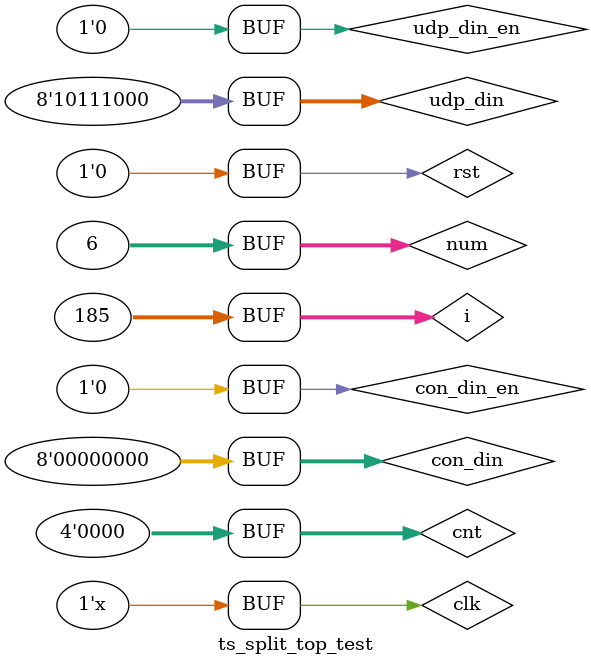
<source format=v>
`timescale 1ns / 1ps


module ts_split_top_test;

	// Inputs
	reg clk;
	reg rst;
	reg [7:0] con_din;
	reg con_din_en;
	reg [7:0] udp_din;
	reg udp_din_en;

	// Outputs
	wire [7:0] con_dout;
	wire con_dout_en;
	wire ts_ram_wr;
	wire [12:0] ts_ram_waddr;
	wire [127:0] ts_ram_wdata;

	// Instantiate the Unit Under Test (UUT)
	ts_split_top uut (
		.clk(clk), 
		.rst(rst), 
		.con_din(con_din), 
		.con_din_en(con_din_en), 
		.udp_din(udp_din), 
		.udp_din_en(udp_din_en), 
		.con_dout(con_dout), 
		.con_dout_en(con_dout_en), 
		.ts_ram_wr(ts_ram_wr), 
		.ts_ram_waddr(ts_ram_waddr), 
		.ts_ram_wdata(ts_ram_wdata)
	);
	
	reg	[3:0]cnt=0;
	integer	num=0;

	initial begin
		// Initialize Inputs
		clk = 0;
		rst = 0;
		con_din = 0;
		con_din_en = 0;
		udp_din = 0;
		udp_din_en = 0;

		#2	rst=1;
		// Wait 100 ns for global reset to finish
		#100;
				rst=0;
		#100;
		#10 con_din_en=1;			
				con_din=8'h40;
		#10 con_din=8'h04;
		#10 con_din=8'h00;
		#10 con_din=8'd01;
		#10 con_din=8'h00;
		#10 con_din=8'd01;
		#10 con_din=8'h00;
		#10 con_din=8'd01;
		#10 con_din=8'hc0;
		#10 con_din=8'd00;
		#10 con_din=8'd01;		
		#10 con_din=8'd192;
		#10 con_din=8'd18;
		#10 con_din=8'd8;
		#10 con_din=8'd8;
		#10 con_din=8'd25;
		#10 con_din=8'd24;
		#10 con_din=8'd02;
		#10 con_din=8'h02;
		#10 con_din=8'd192;
		#10 con_din=8'd18;
		#10 con_din=8'd8;
		#10 con_din=8'd9;
		#10 con_din=8'd24;
		#10 con_din=8'd25;
		#10 con_din=8'd01;
		#10 con_din=0;
		con_din_en=0;
		
		
		#100;
		
		#10 con_din_en=1;
		con_din=8'h40;
		#10 con_din=8'h03;
		#10 con_din=8'h00;
		#10 con_din=8'd01;
		#10 con_din=8'h00;
		#10 con_din=8'd01;
		#10 con_din=8'h00;
		#10 con_din=8'd01;
		#10 con_din=0;
		#10 con_din=0;
		#10 con_din=1;
		#10 con_din=0;
		#10 con_din=20;
		#10 con_din=0;
		#10 con_din=0;
		#10 con_din=0;
		#10 con_din=1;
		#10 con_din=0;
		#10 con_din=3;
		#10 con_din=1;
		#10 con_din=0;
		#10 con_din=5;
		#10 con_din=0;
		#10 con_din=0;
		#10 con_din=0;
		#10 con_din=1;
		#10 con_din=0;
		#10 con_din=3;
		#10 con_din=0;
		#10 con_din=0;
		#10 con_din=0;
		#10 con_din=0;
		#10 con_din=0;
		#10 con_din=0;
		#10 con_din_en=0;
        
		// Add stimulus here
		
		
		
		#800;
		
		#10 udp_din=8'd192;
		udp_din_en=1;
		#10 udp_din=8'd18;
		#10 udp_din=8'd8;
		#10 udp_din=8'd8;
		#10 udp_din=8'd25;
		#10 udp_din=8'd24;
		for(num=0;num<8;num=num+1)
			ts_send();
		
		#10 udp_din_en=0;
		
		#800;
		
		
	
		
		#10 udp_din=8'd192;
		udp_din_en=1;
		#10 udp_din=8'd18;
		#10 udp_din=8'd8;
		#10 udp_din=8'd9;
		#10 udp_din=8'd24;
		#10 udp_din=8'd25;
		for(num=0;num<6;num=num+1)
			ts_send();
		
		#10 udp_din_en=0;
		
		
		#800;
		
		#10 udp_din=8'd192;
		udp_din_en=1;
		#10 udp_din=8'd18;
		#10 udp_din=8'd8;
		#10 udp_din=8'd8;
		#10 udp_din=8'd25;
		#10 udp_din=8'd24;
		for(num=0;num<8;num=num+1)
			ts_send();
		
		#10 udp_din_en=0;
		
		#800;
		
		
	
		
		#10 udp_din=8'd192;
		udp_din_en=1;
		#10 udp_din=8'd18;
		#10 udp_din=8'd8;
		#10 udp_din=8'd9;
		#10 udp_din=8'd24;
		#10 udp_din=8'd25;
		for(num=0;num<6;num=num+1)
			ts_send();
		
		#10 udp_din_en=0;
		
		
		#800;
		
		#10 udp_din=8'd192;
		udp_din_en=1;
		#10 udp_din=8'd18;
		#10 udp_din=8'd8;
		#10 udp_din=8'd8;
		#10 udp_din=8'd25;
		#10 udp_din=8'd24;
		for(num=0;num<8;num=num+1)
			ts_send();
		
		#10 udp_din_en=0;
		
		#800;
		
		
	
		
		#10 udp_din=8'd192;
		udp_din_en=1;
		#10 udp_din=8'd18;
		#10 udp_din=8'd8;
		#10 udp_din=8'd9;
		#10 udp_din=8'd24;
		#10 udp_din=8'd25;
		for(num=0;num<6;num=num+1)
			ts_send();
		
		#10 udp_din_en=0;
		
		#800;
		
		#10 udp_din=8'd192;
		udp_din_en=1;
		#10 udp_din=8'd18;
		#10 udp_din=8'd8;
		#10 udp_din=8'd8;
		#10 udp_din=8'd25;
		#10 udp_din=8'd24;
		for(num=0;num<8;num=num+1)
			ts_send();
		
		#10 udp_din_en=0;
		
		#800;
		
		
	
		
		#10 udp_din=8'd192;
		udp_din_en=1;
		#10 udp_din=8'd18;
		#10 udp_din=8'd8;
		#10 udp_din=8'd9;
		#10 udp_din=8'd24;
		#10 udp_din=8'd25;
		for(num=0;num<6;num=num+1)
			ts_send();
		
		#10 udp_din_en=0;
		
		
		#800;
		
		#10 udp_din=8'd192;
		udp_din_en=1;
		#10 udp_din=8'd18;
		#10 udp_din=8'd8;
		#10 udp_din=8'd8;
		#10 udp_din=8'd25;
		#10 udp_din=8'd24;
		for(num=0;num<8;num=num+1)
			ts_send();
		
		#10 udp_din_en=0;
		
		#800;
		
		
	
		
		#10 udp_din=8'd192;
		udp_din_en=1;
		#10 udp_din=8'd18;
		#10 udp_din=8'd8;
		#10 udp_din=8'd9;
		#10 udp_din=8'd24;
		#10 udp_din=8'd25;
		for(num=0;num<6;num=num+1)
			ts_send();
		
		#10 udp_din_en=0;
		
		
		#800;
		
		#10 udp_din=8'd192;
		udp_din_en=1;
		#10 udp_din=8'd18;
		#10 udp_din=8'd8;
		#10 udp_din=8'd8;
		#10 udp_din=8'd25;
		#10 udp_din=8'd24;
		for(num=0;num<8;num=num+1)
			ts_send();
		
		#10 udp_din_en=0;
		
		#800;
		
		
	
		
		#10 udp_din=8'd192;
		udp_din_en=1;
		#10 udp_din=8'd18;
		#10 udp_din=8'd8;
		#10 udp_din=8'd9;
		#10 udp_din=8'd24;
		#10 udp_din=8'd25;
		for(num=0;num<6;num=num+1)
			ts_send();
		
		#10 udp_din_en=0;
		
		#800;
		
		#10 udp_din=8'd192;
		udp_din_en=1;
		#10 udp_din=8'd18;
		#10 udp_din=8'd8;
		#10 udp_din=8'd8;
		#10 udp_din=8'd25;
		#10 udp_din=8'd24;
		for(num=0;num<8;num=num+1)
			ts_send();
		
		#10 udp_din_en=0;
		
		#800;
		
		
	
		
		#10 udp_din=8'd192;
		udp_din_en=1;
		#10 udp_din=8'd18;
		#10 udp_din=8'd8;
		#10 udp_din=8'd9;
		#10 udp_din=8'd24;
		#10 udp_din=8'd25;
		for(num=0;num<6;num=num+1)
			ts_send();
		
		#10 udp_din_en=0;
		
		
		#800;
		
		#10 udp_din=8'd192;
		udp_din_en=1;
		#10 udp_din=8'd18;
		#10 udp_din=8'd8;
		#10 udp_din=8'd8;
		#10 udp_din=8'd25;
		#10 udp_din=8'd24;
		for(num=0;num<8;num=num+1)
			ts_send();
		
		#10 udp_din_en=0;
		
		#800;
		
		
	
		
		#10 udp_din=8'd192;
		udp_din_en=1;
		#10 udp_din=8'd18;
		#10 udp_din=8'd8;
		#10 udp_din=8'd9;
		#10 udp_din=8'd24;
		#10 udp_din=8'd25;
		for(num=0;num<6;num=num+1)
			ts_send();
		
		#10 udp_din_en=0;
		
		
		#800;
		
		#10 udp_din=8'd192;
		udp_din_en=1;
		#10 udp_din=8'd18;
		#10 udp_din=8'd8;
		#10 udp_din=8'd8;
		#10 udp_din=8'd25;
		#10 udp_din=8'd24;
		for(num=0;num<8;num=num+1)
			ts_send();
		
		#10 udp_din_en=0;
		
		#800;
		
		
	
		
		#10 udp_din=8'd192;
		udp_din_en=1;
		#10 udp_din=8'd18;
		#10 udp_din=8'd8;
		#10 udp_din=8'd9;
		#10 udp_din=8'd24;
		#10 udp_din=8'd25;
		for(num=0;num<6;num=num+1)
			ts_send();
		
		#10 udp_din_en=0;
		
		#800;
		
		#10 udp_din=8'd192;
		udp_din_en=1;
		#10 udp_din=8'd18;
		#10 udp_din=8'd8;
		#10 udp_din=8'd8;
		#10 udp_din=8'd25;
		#10 udp_din=8'd24;
		for(num=0;num<8;num=num+1)
			ts_send();
		
		#10 udp_din_en=0;
		
		#800;
		
		
	
		
		#10 udp_din=8'd192;
		udp_din_en=1;
		#10 udp_din=8'd18;
		#10 udp_din=8'd8;
		#10 udp_din=8'd9;
		#10 udp_din=8'd24;
		#10 udp_din=8'd25;
		for(num=0;num<6;num=num+1)
			ts_send();
		
		#10 udp_din_en=0;
		
		
		#800;
		
		#10 udp_din=8'd192;
		udp_din_en=1;
		#10 udp_din=8'd18;
		#10 udp_din=8'd8;
		#10 udp_din=8'd8;
		#10 udp_din=8'd25;
		#10 udp_din=8'd24;
		for(num=0;num<8;num=num+1)
			ts_send();
		
		#10 udp_din_en=0;
		
		#800;
		
		
	
		
		#10 udp_din=8'd192;
		udp_din_en=1;
		#10 udp_din=8'd18;
		#10 udp_din=8'd8;
		#10 udp_din=8'd9;
		#10 udp_din=8'd24;
		#10 udp_din=8'd25;
		for(num=0;num<6;num=num+1)
			ts_send();
		
		#10 udp_din_en=0;
		
		
		#800;
		
		#10 udp_din=8'd192;
		udp_din_en=1;
		#10 udp_din=8'd18;
		#10 udp_din=8'd8;
		#10 udp_din=8'd8;
		#10 udp_din=8'd25;
		#10 udp_din=8'd24;
		for(num=0;num<8;num=num+1)
			ts_send();
		
		#10 udp_din_en=0;
		
		#800;
		
		
	
		
		#10 udp_din=8'd192;
		udp_din_en=1;
		#10 udp_din=8'd18;
		#10 udp_din=8'd8;
		#10 udp_din=8'd9;
		#10 udp_din=8'd24;
		#10 udp_din=8'd25;
		for(num=0;num<6;num=num+1)
			ts_send();
		
		#10 udp_din_en=0;
		
		#800;
		
		#10 udp_din=8'd192;
		udp_din_en=1;
		#10 udp_din=8'd18;
		#10 udp_din=8'd8;
		#10 udp_din=8'd8;
		#10 udp_din=8'd25;
		#10 udp_din=8'd24;
		for(num=0;num<8;num=num+1)
			ts_send();
		
		#10 udp_din_en=0;
		
		#800;
		
		
	
		
		#10 udp_din=8'd192;
		udp_din_en=1;
		#10 udp_din=8'd18;
		#10 udp_din=8'd8;
		#10 udp_din=8'd9;
		#10 udp_din=8'd24;
		#10 udp_din=8'd25;
		for(num=0;num<6;num=num+1)
			ts_send();
		
		#10 udp_din_en=0;
		
		
		#800;
		
		#10 udp_din=8'd192;
		udp_din_en=1;
		#10 udp_din=8'd18;
		#10 udp_din=8'd8;
		#10 udp_din=8'd8;
		#10 udp_din=8'd25;
		#10 udp_din=8'd24;
		for(num=0;num<8;num=num+1)
			ts_send();
		
		#10 udp_din_en=0;
		
		#800;
		
		
	
		
		#10 udp_din=8'd192;
		udp_din_en=1;
		#10 udp_din=8'd18;
		#10 udp_din=8'd8;
		#10 udp_din=8'd9;
		#10 udp_din=8'd24;
		#10 udp_din=8'd25;
		for(num=0;num<6;num=num+1)
			ts_send();
		
		#10 udp_din_en=0;
		
		
		#800;
		
		#10 udp_din=8'd192;
		udp_din_en=1;
		#10 udp_din=8'd18;
		#10 udp_din=8'd8;
		#10 udp_din=8'd8;
		#10 udp_din=8'd25;
		#10 udp_din=8'd24;
		for(num=0;num<8;num=num+1)
			ts_send();
		
		#10 udp_din_en=0;
		
		#800;
		
		
	
		
		#10 udp_din=8'd192;
		udp_din_en=1;
		#10 udp_din=8'd18;
		#10 udp_din=8'd8;
		#10 udp_din=8'd9;
		#10 udp_din=8'd24;
		#10 udp_din=8'd25;
		for(num=0;num<6;num=num+1)
			ts_send();
		
		#10 udp_din_en=0;
		

	end
	
	always #5 clk=~clk;
   
   integer i;
  task ts_send;
	begin
		
		#10 udp_din=8'h47;
		#10 udp_din=8'h10;
		#10 udp_din=8'h01;
		#10 udp_din={4'h0,cnt};
		for(i=1;i<185;i=i+1)
		#10 udp_din=i;
		
		cnt=cnt+1;
	end
	endtask
      
endmodule


</source>
